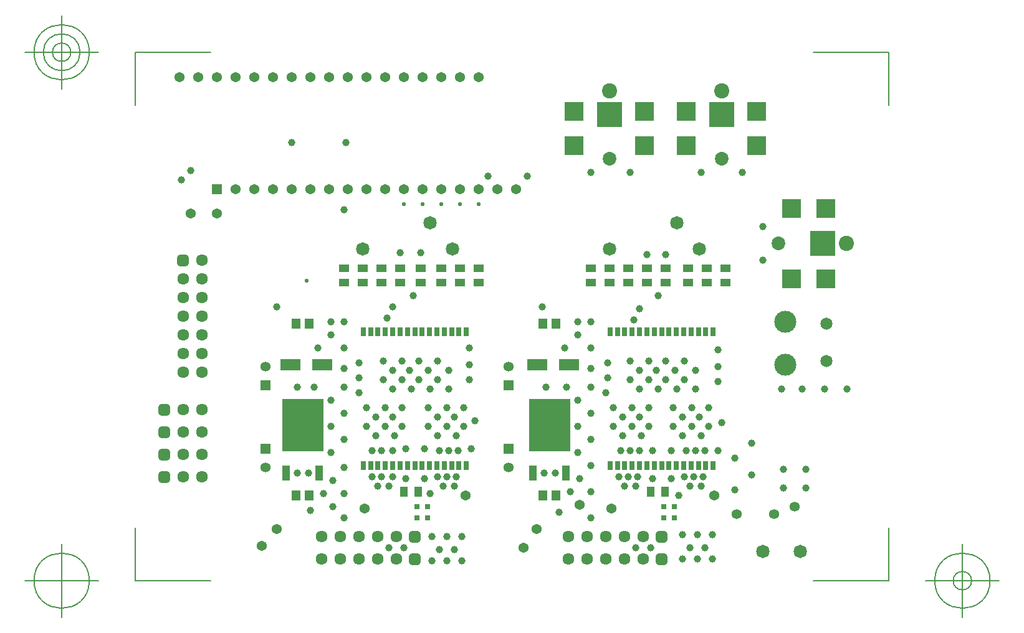
<source format=gbr>
G04 Generated by Ultiboard 13.0 *
%FSLAX25Y25*%
%MOIN*%

%ADD10C,0.00001*%
%ADD11C,0.00500*%
%ADD12R,0.05400X0.05400*%
%ADD13C,0.05400*%
%ADD14C,0.03937*%
%ADD15R,0.02618X0.05118*%
%ADD16R,0.05512X0.04134*%
%ADD17C,0.07166*%
%ADD18C,0.06334*%
%ADD19R,0.02083X0.02083*%
%ADD20C,0.03917*%
%ADD21R,0.03100X0.03100*%
%ADD22R,0.04134X0.05512*%
%ADD23R,0.04528X0.05709*%
%ADD24R,0.03937X0.08465*%
%ADD25R,0.21850X0.27953*%
%ADD26R,0.11024X0.06299*%
%ADD27C,0.05337*%
%ADD28R,0.05337X0.05337*%
%ADD29C,0.07306*%
%ADD30C,0.08093*%
%ADD31R,0.13211X0.13211*%
%ADD32R,0.10000X0.10000*%
%ADD33C,0.06518*%
%ADD34C,0.02100*%
%ADD35C,0.11811*%


G04 ColorRGB F1F1F1 for the following layer *
%LNSolder Mask Top*%
%LPD*%
G54D10*
G54D11*
X-1500Y-1500D02*
X-1500Y26800D01*
X-1500Y-1500D02*
X38800Y-1500D01*
X401500Y-1500D02*
X361200Y-1500D01*
X401500Y-1500D02*
X401500Y26800D01*
X401500Y281500D02*
X401500Y253200D01*
X401500Y281500D02*
X361200Y281500D01*
X-1500Y281500D02*
X38800Y281500D01*
X-1500Y281500D02*
X-1500Y253200D01*
X-21185Y-1500D02*
X-60555Y-1500D01*
X-40870Y-21185D02*
X-40870Y18185D01*
X-55634Y-1500D02*
G75*
D01*
G02X-55634Y-1500I14764J0*
G01*
X421185Y-1500D02*
X460555Y-1500D01*
X440870Y-21185D02*
X440870Y18185D01*
X426106Y-1500D02*
G75*
D01*
G02X426106Y-1500I14764J0*
G01*
X435949Y-1500D02*
G75*
D01*
G02X435949Y-1500I4921J0*
G01*
X-21185Y281500D02*
X-60555Y281500D01*
X-40870Y261815D02*
X-40870Y301185D01*
X-55634Y281500D02*
G75*
D01*
G02X-55634Y281500I14764J0*
G01*
X-50713Y281500D02*
G75*
D01*
G02X-50713Y281500I9843J0*
G01*
X-45791Y281500D02*
G75*
D01*
G02X-45791Y281500I4921J0*
G01*
G54D12*
X42000Y208000D03*
G54D13*
X52000Y208000D03*
X62000Y208000D03*
X72000Y208000D03*
X82000Y208000D03*
X92000Y208000D03*
X102000Y208000D03*
X112000Y208000D03*
X122000Y208000D03*
X132000Y208000D03*
X142000Y208000D03*
X152000Y208000D03*
X162000Y208000D03*
X172000Y208000D03*
X182000Y208000D03*
X192000Y208000D03*
X202000Y208000D03*
X22000Y268000D03*
X32000Y268000D03*
X42000Y268000D03*
X52000Y268000D03*
X62000Y268000D03*
X72000Y268000D03*
X82000Y268000D03*
X92000Y268000D03*
X102000Y268000D03*
X112000Y268000D03*
X122000Y268000D03*
X132000Y268000D03*
X142000Y268000D03*
X152000Y268000D03*
X162000Y268000D03*
X172000Y268000D03*
X182000Y268000D03*
X42000Y195000D03*
X42000Y195000D03*
X28000Y195000D03*
X28000Y195000D03*
X74000Y26000D03*
X74000Y26000D03*
X66000Y17000D03*
X66000Y17000D03*
X213000Y26000D03*
X213000Y26000D03*
X206000Y16000D03*
X206000Y16000D03*
X175000Y44000D03*
X175000Y44000D03*
X121000Y37000D03*
X121000Y37000D03*
X253000Y37000D03*
X253000Y37000D03*
X308000Y44000D03*
X308000Y44000D03*
X236000Y39000D03*
X236000Y39000D03*
G54D14*
X104000Y38000D03*
X110000Y45000D03*
X128000Y49000D03*
X134000Y49000D03*
X163000Y49000D03*
X169000Y49000D03*
X242000Y46000D03*
X260000Y49000D03*
X266000Y49000D03*
X295000Y49000D03*
X301000Y49000D03*
X85000Y56000D03*
X91000Y56000D03*
X104000Y52000D03*
X125000Y54000D03*
X130000Y54000D03*
X136000Y54000D03*
X160000Y54000D03*
X165000Y54000D03*
X170000Y54000D03*
X217000Y56000D03*
X223000Y56000D03*
X236000Y53000D03*
X257000Y54000D03*
X262000Y54000D03*
X267000Y54000D03*
X292000Y54000D03*
X297000Y54000D03*
X302000Y54000D03*
X110000Y59000D03*
X242000Y60000D03*
X103000Y67000D03*
X125000Y68000D03*
X130000Y68000D03*
X136000Y68000D03*
X161000Y68000D03*
X166000Y68000D03*
X171000Y68000D03*
X235000Y67000D03*
X258000Y68000D03*
X263000Y68000D03*
X268000Y68000D03*
X293000Y68000D03*
X298000Y68000D03*
X303000Y68000D03*
X103000Y81000D03*
X110000Y74000D03*
X235000Y81000D03*
X242000Y74000D03*
X110000Y88000D03*
X242000Y88000D03*
X103000Y95000D03*
X235000Y95000D03*
X110000Y102000D03*
X242000Y102000D03*
X110000Y123000D03*
X242000Y123000D03*
X103000Y130000D03*
X235000Y130000D03*
X103000Y137000D03*
X110000Y137000D03*
X133000Y139000D03*
X242000Y137000D03*
X265000Y138000D03*
X268000Y144000D03*
X136000Y145000D03*
X147000Y151000D03*
X216000Y145000D03*
X278000Y151000D03*
X140000Y174000D03*
X151000Y174000D03*
X272000Y173000D03*
X282000Y173000D03*
X110000Y197000D03*
X82000Y233000D03*
X111000Y233000D03*
X208000Y215000D03*
X187000Y215000D03*
X235000Y137000D03*
X319000Y47000D03*
X328000Y55000D03*
X319000Y64000D03*
X328000Y72000D03*
X291000Y23000D03*
X299000Y23000D03*
X307000Y23000D03*
X295000Y16000D03*
X291000Y10000D03*
X299000Y10000D03*
X307000Y10000D03*
X310000Y68000D03*
X312000Y83000D03*
X310000Y105000D03*
X310000Y113000D03*
X310000Y122000D03*
X289000Y44000D03*
X285000Y53000D03*
X285000Y68000D03*
X242000Y112000D03*
X242000Y32000D03*
X225000Y35000D03*
X231000Y46000D03*
X110000Y32000D03*
X99000Y45000D03*
X92000Y36000D03*
X110000Y112000D03*
X96000Y123000D03*
X228000Y123000D03*
X94000Y102000D03*
X85000Y102000D03*
X229000Y102000D03*
X218000Y102000D03*
X251000Y115000D03*
X251000Y107000D03*
X250000Y99000D03*
X275000Y68000D03*
X275000Y53000D03*
X177000Y123000D03*
X177000Y114000D03*
X177000Y106000D03*
X156000Y45000D03*
X180000Y84000D03*
X153000Y69000D03*
X153000Y53000D03*
X178000Y69000D03*
X118000Y115000D03*
X118000Y107000D03*
X118000Y99000D03*
X143000Y69000D03*
X143000Y53000D03*
X174000Y91000D03*
X160000Y76000D03*
X170000Y76000D03*
X174000Y81000D03*
X165000Y91000D03*
X155000Y91000D03*
X160000Y86000D03*
X169000Y86000D03*
X155000Y81000D03*
X165000Y81000D03*
X127000Y76000D03*
X122000Y81000D03*
X132000Y81000D03*
X137000Y76000D03*
X141000Y81000D03*
X127000Y86000D03*
X136000Y86000D03*
X122000Y91000D03*
X132000Y91000D03*
X141000Y91000D03*
X259000Y76000D03*
X254000Y81000D03*
X264000Y81000D03*
X269000Y76000D03*
X273000Y81000D03*
X259000Y86000D03*
X268000Y86000D03*
X254000Y91000D03*
X264000Y91000D03*
X273000Y91000D03*
X291000Y76000D03*
X286000Y81000D03*
X296000Y81000D03*
X301000Y76000D03*
X305000Y81000D03*
X291000Y86000D03*
X300000Y86000D03*
X286000Y91000D03*
X296000Y91000D03*
X305000Y91000D03*
X268000Y101000D03*
X263000Y106000D03*
X273000Y106000D03*
X278000Y101000D03*
X282000Y106000D03*
X268000Y111000D03*
X277000Y111000D03*
X263000Y116000D03*
X273000Y116000D03*
X282000Y116000D03*
X136000Y101000D03*
X131000Y106000D03*
X141000Y106000D03*
X146000Y101000D03*
X150000Y106000D03*
X136000Y111000D03*
X145000Y111000D03*
X131000Y116000D03*
X141000Y116000D03*
X150000Y116000D03*
X156000Y101000D03*
X160000Y106000D03*
X155000Y111000D03*
X160000Y116000D03*
X166000Y111000D03*
X166000Y101000D03*
X288000Y101000D03*
X298000Y101000D03*
X292000Y106000D03*
X287000Y111000D03*
X298000Y111000D03*
X292000Y116000D03*
X157000Y9000D03*
X161000Y15000D03*
X165000Y9000D03*
X169000Y15000D03*
X173000Y9000D03*
X157000Y22000D03*
X165000Y22000D03*
X173000Y22000D03*
X242000Y217000D03*
X263000Y217000D03*
X334000Y188000D03*
X334000Y170000D03*
X344000Y101000D03*
X355000Y101000D03*
X367000Y101000D03*
X379000Y101000D03*
X134000Y16000D03*
X266000Y16000D03*
X142000Y16000D03*
X274000Y16000D03*
X74000Y145000D03*
X357000Y58000D03*
X345000Y58000D03*
X357000Y48000D03*
X345000Y48000D03*
X301000Y217000D03*
X323000Y217000D03*
X303000Y16000D03*
X28000Y218000D03*
X23000Y213000D03*
G54D15*
X252441Y60173D03*
X260315Y60173D03*
X256378Y60173D03*
X268189Y60173D03*
X264252Y60173D03*
X276063Y60173D03*
X272126Y60173D03*
X283937Y60173D03*
X280000Y60173D03*
X291811Y60173D03*
X287874Y60173D03*
X299685Y60173D03*
X295748Y60173D03*
X307559Y60173D03*
X303622Y60173D03*
X252441Y131827D03*
X260315Y131827D03*
X256378Y131827D03*
X268189Y131827D03*
X264252Y131827D03*
X276063Y131827D03*
X272126Y131827D03*
X283937Y131827D03*
X280000Y131827D03*
X291811Y131827D03*
X287874Y131827D03*
X299685Y131827D03*
X295748Y131827D03*
X307559Y131827D03*
X303622Y131827D03*
X124378Y60173D03*
X120441Y60173D03*
X132252Y60173D03*
X128315Y60173D03*
X140126Y60173D03*
X136189Y60173D03*
X148000Y60173D03*
X144063Y60173D03*
X155874Y60173D03*
X151937Y60173D03*
X163748Y60173D03*
X159811Y60173D03*
X171622Y60173D03*
X167685Y60173D03*
X175559Y60173D03*
X124378Y131827D03*
X120441Y131827D03*
X132252Y131827D03*
X128315Y131827D03*
X140126Y131827D03*
X136189Y131827D03*
X148000Y131827D03*
X144063Y131827D03*
X155874Y131827D03*
X151937Y131827D03*
X163748Y131827D03*
X159811Y131827D03*
X171622Y131827D03*
X167685Y131827D03*
X175559Y131827D03*
G54D16*
X151000Y158260D03*
X151000Y165740D03*
X140000Y158260D03*
X140000Y165740D03*
X162000Y158260D03*
X162000Y165740D03*
X172000Y158260D03*
X172000Y165740D03*
X242000Y158260D03*
X242000Y165740D03*
X252000Y158260D03*
X252000Y165740D03*
X262000Y158260D03*
X262000Y165740D03*
X110000Y158260D03*
X110000Y165740D03*
X120000Y158260D03*
X120000Y165740D03*
X130000Y158260D03*
X130000Y165740D03*
X272000Y158260D03*
X272000Y165740D03*
X282000Y158260D03*
X282000Y165740D03*
X294000Y158260D03*
X294000Y165740D03*
X304000Y158260D03*
X304000Y165740D03*
X314000Y158260D03*
X314000Y165740D03*
X182000Y158260D03*
X182000Y165740D03*
G54D17*
X168000Y176000D03*
X156000Y190000D03*
X252000Y176000D03*
X120000Y176000D03*
X300000Y176000D03*
X288000Y190000D03*
X334000Y14000D03*
X354000Y14000D03*
G54D18*
X24000Y66000D03*
X34000Y66000D03*
X24000Y78000D03*
X34000Y78000D03*
X24000Y90000D03*
X34000Y90000D03*
X24000Y54000D03*
X34000Y54000D03*
X34000Y160000D03*
X24000Y160000D03*
X34000Y170000D03*
X34000Y130000D03*
X24000Y130000D03*
X34000Y140000D03*
X24000Y140000D03*
X34000Y150000D03*
X24000Y150000D03*
X34000Y110000D03*
X24000Y110000D03*
X34000Y120000D03*
X24000Y120000D03*
X138000Y22000D03*
X128000Y22000D03*
X108000Y22000D03*
X118000Y22000D03*
X98000Y22000D03*
X138000Y10000D03*
X128000Y10000D03*
X108000Y10000D03*
X118000Y10000D03*
X98000Y10000D03*
X270000Y22000D03*
X260000Y22000D03*
X240000Y22000D03*
X250000Y22000D03*
X230000Y22000D03*
X270000Y10000D03*
X260000Y10000D03*
X240000Y10000D03*
X250000Y10000D03*
X230000Y10000D03*
G54D19*
X14000Y66000D03*
X14000Y78000D03*
X14000Y90000D03*
X14000Y54000D03*
X24000Y170000D03*
X148000Y22000D03*
X148000Y10000D03*
X280000Y22000D03*
X280000Y10000D03*
G54D20*
X12959Y64959D02*
X15041Y64959D01*
X15041Y67041D01*
X12959Y67041D01*
X12959Y64959D01*D02*
X12959Y76959D02*
X15041Y76959D01*
X15041Y79041D01*
X12959Y79041D01*
X12959Y76959D01*D02*
X12959Y88959D02*
X15041Y88959D01*
X15041Y91041D01*
X12959Y91041D01*
X12959Y88959D01*D02*
X12959Y52959D02*
X15041Y52959D01*
X15041Y55041D01*
X12959Y55041D01*
X12959Y52959D01*D02*
X22959Y168959D02*
X25041Y168959D01*
X25041Y171041D01*
X22959Y171041D01*
X22959Y168959D01*D02*
X146959Y20959D02*
X149041Y20959D01*
X149041Y23041D01*
X146959Y23041D01*
X146959Y20959D01*D02*
X146959Y8959D02*
X149041Y8959D01*
X149041Y11041D01*
X146959Y11041D01*
X146959Y8959D01*D02*
X278959Y20959D02*
X281041Y20959D01*
X281041Y23041D01*
X278959Y23041D01*
X278959Y20959D01*D02*
X278959Y8959D02*
X281041Y8959D01*
X281041Y11041D01*
X278959Y11041D01*
X278959Y8959D01*D02*
G54D21*
X149050Y32000D03*
X154950Y32000D03*
X149050Y38000D03*
X154950Y38000D03*
X286950Y32000D03*
X281050Y32000D03*
X281050Y38000D03*
X286950Y38000D03*
G54D22*
X142260Y46000D03*
X149740Y46000D03*
X274260Y46000D03*
X281740Y46000D03*
G54D23*
X216457Y44000D03*
X223543Y44000D03*
X84457Y44000D03*
X91543Y44000D03*
X84457Y136000D03*
X91543Y136000D03*
X216457Y136000D03*
X223543Y136000D03*
G54D24*
X79024Y56283D03*
X96976Y56283D03*
X211024Y56283D03*
X228976Y56283D03*
G54D25*
X88000Y81874D03*
X220000Y81874D03*
G54D26*
X81535Y114000D03*
X98465Y114000D03*
X213535Y114000D03*
X230465Y114000D03*
G54D27*
X320000Y34000D03*
X340000Y34000D03*
X68000Y59000D03*
X68000Y113000D03*
X198000Y59000D03*
X198000Y113000D03*
X351000Y38000D03*
X351000Y38000D03*
G54D28*
X68000Y69000D03*
X68000Y103000D03*
X198000Y69000D03*
X198000Y103000D03*
G54D29*
X342378Y179000D03*
X252000Y224378D03*
X312000Y224378D03*
G54D30*
X378795Y179000D03*
X252000Y260795D03*
X312000Y260795D03*
G54D31*
X366000Y179000D03*
X252000Y248000D03*
X312000Y248000D03*
G54D32*
X367969Y197701D03*
X349465Y160299D03*
X349465Y197701D03*
X367969Y160299D03*
X233299Y249969D03*
X270701Y231465D03*
X233299Y231465D03*
X270701Y249969D03*
X293299Y249969D03*
X330701Y231465D03*
X293299Y231465D03*
X330701Y249969D03*
G54D33*
X368000Y136000D03*
X368000Y116000D03*
G54D34*
X90000Y159000D03*
X90000Y159000D03*
X182000Y200000D03*
X182000Y200000D03*
X172000Y200000D03*
X172000Y200000D03*
X162000Y200000D03*
X162000Y200000D03*
X152000Y200000D03*
X152000Y200000D03*
X142000Y200000D03*
X142000Y200000D03*
G54D35*
X346000Y114000D03*
X346000Y114000D03*
X346000Y137000D03*
X346000Y137000D03*

M02*

</source>
